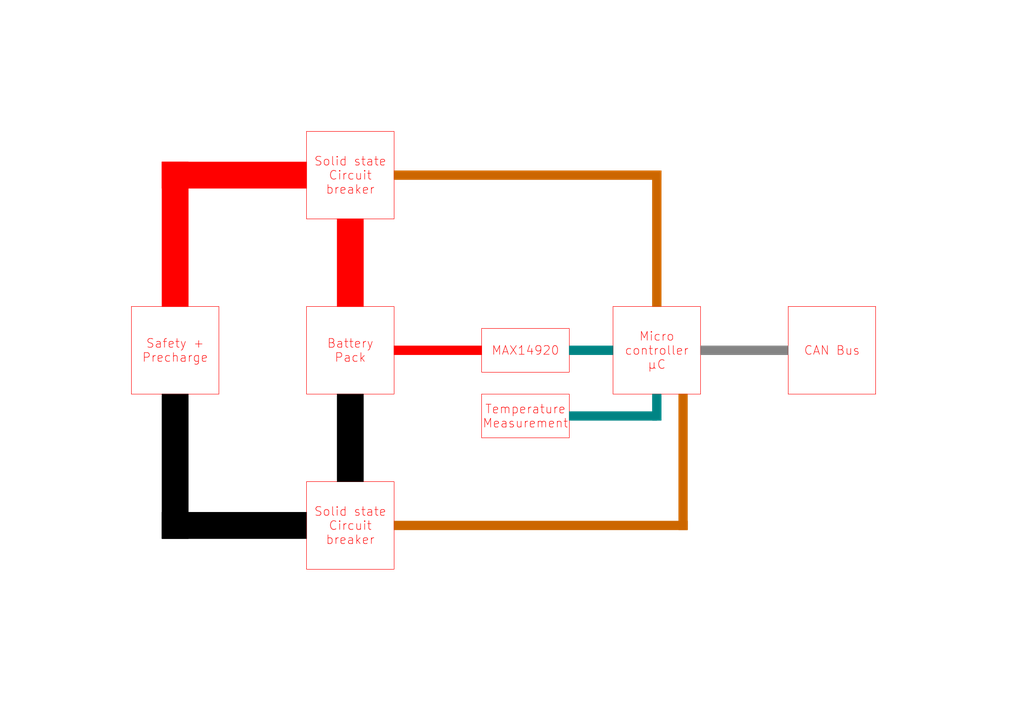
<source format=kicad_sch>
(kicad_sch
	(version 20250114)
	(generator "eeschema")
	(generator_version "9.0")
	(uuid "7e188e69-6af7-48ae-9f35-f350fedd0bd2")
	(paper "A4")
	(title_block
		(title "IEM - Battery Management System")
		(date "2024-12-21")
		(rev "Rev 1.2")
		(company "Imperial Eco Marathon")
		(comment 1 "Designed by Anthony Ng")
		(comment 2 "Reviewed by ")
	)
	(lib_symbols)
	(rectangle
		(start 46.99 114.3)
		(end 54.61 156.21)
		(stroke
			(width 0)
			(type default)
			(color 0 0 0 1)
		)
		(fill
			(type color)
			(color 0 0 0 1)
		)
		(uuid 1da323a6-0bb2-4a44-b26e-b342fcaebedf)
	)
	(rectangle
		(start 114.3 100.33)
		(end 139.7 102.87)
		(stroke
			(width 0)
			(type default)
			(color 255 0 0 1)
		)
		(fill
			(type color)
			(color 255 0 0 1)
		)
		(uuid 1dc5d067-2296-41d2-982b-bf22caa5a9c5)
	)
	(rectangle
		(start 97.79 63.5)
		(end 105.41 88.9)
		(stroke
			(width 0)
			(type default)
			(color 255 0 0 1)
		)
		(fill
			(type color)
			(color 255 0 0 1)
		)
		(uuid 32369d41-d0d1-4fd9-af8a-0059263f68c2)
	)
	(rectangle
		(start 114.3 49.53)
		(end 191.77 52.07)
		(stroke
			(width 0)
			(type default)
			(color 204 102 0 1)
		)
		(fill
			(type color)
			(color 204 102 0 1)
		)
		(uuid 3a0b2367-8817-4ae0-a54b-3f5c993c5744)
	)
	(rectangle
		(start 203.2 100.33)
		(end 228.6 102.87)
		(stroke
			(width 0)
			(type default)
			(color 132 132 132 1)
		)
		(fill
			(type color)
			(color 132 132 132 1)
		)
		(uuid 42d0eac3-8fff-4c20-a68f-73406ac36e16)
	)
	(rectangle
		(start 165.1 100.33)
		(end 177.8 102.87)
		(stroke
			(width 0)
			(type default)
			(color 0 132 132 1)
		)
		(fill
			(type color)
			(color 0 132 132 1)
		)
		(uuid 4901eaf9-5e2c-4309-ba7a-5edb662d2e33)
	)
	(rectangle
		(start 46.99 148.59)
		(end 88.9 156.21)
		(stroke
			(width 0)
			(type default)
			(color 0 0 0 1)
		)
		(fill
			(type color)
			(color 0 0 0 1)
		)
		(uuid 5da0479c-22b7-40e4-97c7-3ce660a5bcc4)
	)
	(rectangle
		(start 165.1 119.38)
		(end 190.5 121.92)
		(stroke
			(width 0)
			(type default)
			(color 0 132 132 1)
		)
		(fill
			(type color)
			(color 0 132 132 1)
		)
		(uuid 5e8ad8ee-1b08-41d9-a5b5-3be7d1b2abec)
	)
	(rectangle
		(start 189.23 49.53)
		(end 191.77 88.9)
		(stroke
			(width 0)
			(type default)
			(color 204 102 0 1)
		)
		(fill
			(type color)
			(color 204 102 0 1)
		)
		(uuid 97f15202-8344-4d98-9bd5-077cab525c02)
	)
	(rectangle
		(start 46.99 46.99)
		(end 54.61 88.9)
		(stroke
			(width 0)
			(type default)
			(color 255 0 0 1)
		)
		(fill
			(type color)
			(color 255 0 0 1)
		)
		(uuid 9a7f0367-56d7-4ba5-affb-1127fe029c54)
	)
	(rectangle
		(start 97.79 114.3)
		(end 105.41 139.7)
		(stroke
			(width 0)
			(type default)
			(color 0 0 0 1)
		)
		(fill
			(type color)
			(color 0 0 0 1)
		)
		(uuid a31adee5-148f-4f30-ac20-7c2514b9c905)
	)
	(rectangle
		(start 46.99 46.99)
		(end 88.9 54.61)
		(stroke
			(width 0)
			(type default)
			(color 255 0 0 1)
		)
		(fill
			(type color)
			(color 255 0 0 1)
		)
		(uuid c19f4578-35e1-4243-91a9-b86686016211)
	)
	(rectangle
		(start 114.3 151.13)
		(end 199.39 153.67)
		(stroke
			(width 0)
			(type default)
			(color 204 102 0 1)
		)
		(fill
			(type color)
			(color 204 102 0 1)
		)
		(uuid d0b07cc5-97ed-4e1c-9687-e558b4912d2a)
	)
	(rectangle
		(start 196.85 114.3)
		(end 199.39 153.67)
		(stroke
			(width 0)
			(type default)
			(color 204 102 0 1)
		)
		(fill
			(type color)
			(color 204 102 0 1)
		)
		(uuid e1069a02-dc30-4d5d-8335-1c6676cc2df8)
	)
	(rectangle
		(start 189.23 114.3)
		(end 191.77 121.92)
		(stroke
			(width 0)
			(type default)
			(color 0 132 132 1)
		)
		(fill
			(type color)
			(color 0 132 132 1)
		)
		(uuid e1d0f8ae-98fc-45a8-a5e1-cd6ac483ef0b)
	)
	(text_box "Micro\ncontroller µC"
		(exclude_from_sim no)
		(at 177.8 88.9 0)
		(size 25.4 25.4)
		(margins 1.905 1.905 1.905 1.905)
		(stroke
			(width 0)
			(type default)
			(color 255 0 0 1)
		)
		(fill
			(type color)
			(color 255 255 255 1)
		)
		(effects
			(font
				(size 2.54 2.54)
				(color 255 0 0 1)
			)
		)
		(uuid "12898636-94bd-4e1e-bee8-8238d7b56c4f")
	)
	(text_box "Safety + Precharge"
		(exclude_from_sim no)
		(at 38.1 88.9 0)
		(size 25.4 25.4)
		(margins 1.905 1.905 1.905 1.905)
		(stroke
			(width 0)
			(type default)
			(color 255 0 0 1)
		)
		(fill
			(type color)
			(color 255 255 255 1)
		)
		(effects
			(font
				(size 2.54 2.54)
				(color 255 0 0 1)
			)
		)
		(uuid "195ec6b7-9575-41f5-808a-245a19fce18d")
	)
	(text_box "Battery Pack"
		(exclude_from_sim no)
		(at 88.9 88.9 0)
		(size 25.4 25.4)
		(margins 1.905 1.905 1.905 1.905)
		(stroke
			(width 0)
			(type default)
			(color 255 0 0 1)
		)
		(fill
			(type color)
			(color 255 255 255 1)
		)
		(effects
			(font
				(size 2.54 2.54)
				(color 255 0 0 1)
			)
		)
		(uuid "34a1f8a2-db18-45a0-b18b-1a7c4e303f8f")
	)
	(text_box "MAX14920"
		(exclude_from_sim no)
		(at 139.7 95.25 0)
		(size 25.4 12.7)
		(margins 1.905 1.905 1.905 1.905)
		(stroke
			(width 0)
			(type default)
			(color 255 0 0 1)
		)
		(fill
			(type color)
			(color 255 255 255 1)
		)
		(effects
			(font
				(size 2.54 2.54)
				(color 255 0 0 1)
			)
		)
		(uuid "4ad43545-d82c-4156-b12e-94e972cb59c4")
	)
	(text_box "Solid state Circuit breaker"
		(exclude_from_sim no)
		(at 88.9 139.7 0)
		(size 25.4 25.4)
		(margins 1.905 1.905 1.905 1.905)
		(stroke
			(width 0)
			(type default)
			(color 255 0 0 1)
		)
		(fill
			(type color)
			(color 255 255 255 1)
		)
		(effects
			(font
				(size 2.54 2.54)
				(color 255 0 0 1)
			)
		)
		(uuid "8ff6d924-6906-4af5-abf4-b2356533ed8d")
	)
	(text_box "CAN Bus"
		(exclude_from_sim no)
		(at 228.6 88.9 0)
		(size 25.4 25.4)
		(margins 1.905 1.905 1.905 1.905)
		(stroke
			(width 0)
			(type default)
			(color 255 0 0 1)
		)
		(fill
			(type color)
			(color 255 255 255 1)
		)
		(effects
			(font
				(size 2.54 2.54)
				(color 255 0 0 1)
			)
		)
		(uuid "9315a413-a92b-4afa-8e49-686586a5404f")
	)
	(text_box "Solid state Circuit breaker"
		(exclude_from_sim no)
		(at 88.9 38.1 0)
		(size 25.4 25.4)
		(margins 1.905 1.905 1.905 1.905)
		(stroke
			(width 0)
			(type default)
			(color 255 0 0 1)
		)
		(fill
			(type color)
			(color 255 255 255 1)
		)
		(effects
			(font
				(size 2.54 2.54)
				(color 255 0 0 1)
			)
		)
		(uuid "b8e65694-6096-46b8-98c6-5a0efe0f3817")
	)
	(text_box "Temperature Measurement"
		(exclude_from_sim no)
		(at 139.7 114.3 0)
		(size 25.4 12.7)
		(margins 1.905 1.905 1.905 1.905)
		(stroke
			(width 0)
			(type default)
			(color 255 0 0 1)
		)
		(fill
			(type color)
			(color 255 255 255 1)
		)
		(effects
			(font
				(size 2.54 2.54)
				(color 255 0 0 1)
			)
		)
		(uuid "bad5f353-4ccc-491e-8a42-0a271fc8751e")
	)
)

</source>
